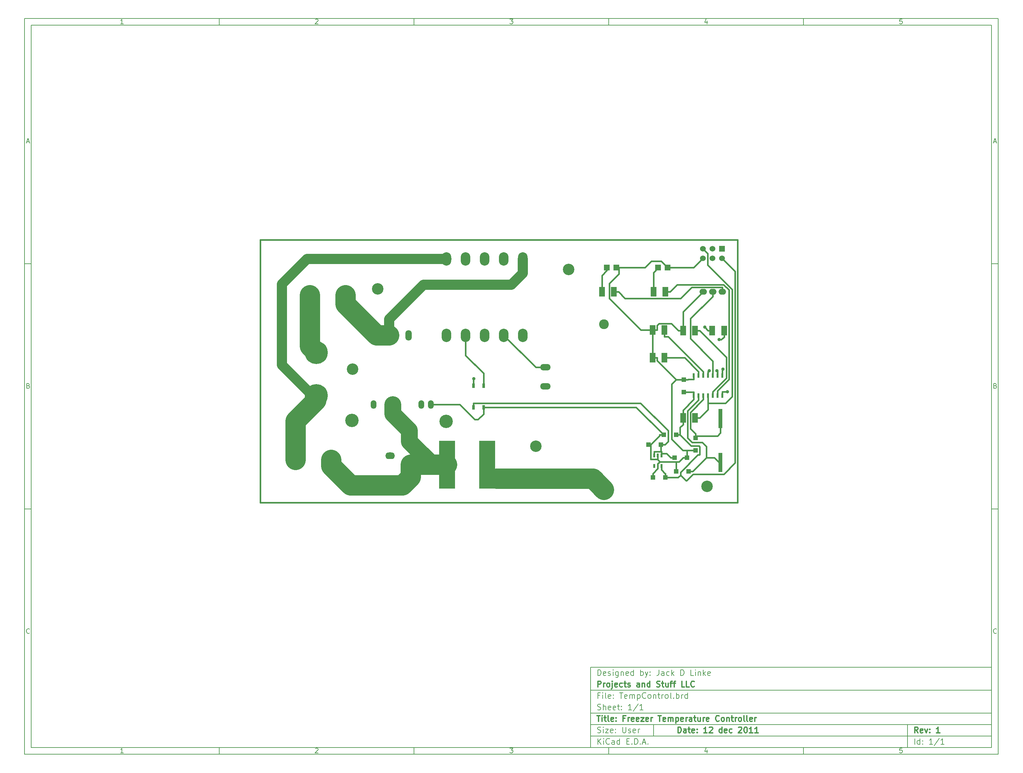
<source format=gtl>
G04 (created by PCBNEW-RS274X (2011-07-08 BZR 3044)-stable) date 12/12/2011 9:59:01 PM*
G01*
G70*
G90*
%MOIN*%
G04 Gerber Fmt 3.4, Leading zero omitted, Abs format*
%FSLAX34Y34*%
G04 APERTURE LIST*
%ADD10C,0.006000*%
%ADD11C,0.012000*%
%ADD12C,0.015000*%
%ADD13R,0.020000X0.045000*%
%ADD14R,0.060000X0.060000*%
%ADD15C,0.060000*%
%ADD16R,0.023600X0.043300*%
%ADD17R,0.167300X0.500000*%
%ADD18C,0.102400*%
%ADD19R,0.049200X0.049200*%
%ADD20R,0.059100X0.098400*%
%ADD21O,0.100000X0.070000*%
%ADD22R,0.026000X0.050000*%
%ADD23O,0.160000X0.200000*%
%ADD24O,0.066900X0.110200*%
%ADD25O,0.110200X0.066900*%
%ADD26R,0.039400X0.200000*%
%ADD27C,0.140000*%
%ADD28O,0.060000X0.090000*%
%ADD29O,0.080000X0.060000*%
%ADD30C,0.120000*%
%ADD31O,0.100000X0.140000*%
%ADD32C,0.240000*%
%ADD33C,0.035000*%
%ADD34C,0.016000*%
%ADD35C,0.108000*%
%ADD36C,0.212600*%
%ADD37C,0.214600*%
%ADD38C,0.177600*%
G04 APERTURE END LIST*
G54D10*
X04000Y-04000D02*
X106000Y-04000D01*
X106000Y-81000D01*
X04000Y-81000D01*
X04000Y-04000D01*
X04700Y-04700D02*
X105300Y-04700D01*
X105300Y-80300D01*
X04700Y-80300D01*
X04700Y-04700D01*
X24400Y-04000D02*
X24400Y-04700D01*
X14343Y-04552D02*
X14057Y-04552D01*
X14200Y-04552D02*
X14200Y-04052D01*
X14152Y-04124D01*
X14105Y-04171D01*
X14057Y-04195D01*
X24400Y-81000D02*
X24400Y-80300D01*
X14343Y-80852D02*
X14057Y-80852D01*
X14200Y-80852D02*
X14200Y-80352D01*
X14152Y-80424D01*
X14105Y-80471D01*
X14057Y-80495D01*
X44800Y-04000D02*
X44800Y-04700D01*
X34457Y-04100D02*
X34481Y-04076D01*
X34529Y-04052D01*
X34648Y-04052D01*
X34695Y-04076D01*
X34719Y-04100D01*
X34743Y-04148D01*
X34743Y-04195D01*
X34719Y-04267D01*
X34433Y-04552D01*
X34743Y-04552D01*
X44800Y-81000D02*
X44800Y-80300D01*
X34457Y-80400D02*
X34481Y-80376D01*
X34529Y-80352D01*
X34648Y-80352D01*
X34695Y-80376D01*
X34719Y-80400D01*
X34743Y-80448D01*
X34743Y-80495D01*
X34719Y-80567D01*
X34433Y-80852D01*
X34743Y-80852D01*
X65200Y-04000D02*
X65200Y-04700D01*
X54833Y-04052D02*
X55143Y-04052D01*
X54976Y-04243D01*
X55048Y-04243D01*
X55095Y-04267D01*
X55119Y-04290D01*
X55143Y-04338D01*
X55143Y-04457D01*
X55119Y-04505D01*
X55095Y-04529D01*
X55048Y-04552D01*
X54905Y-04552D01*
X54857Y-04529D01*
X54833Y-04505D01*
X65200Y-81000D02*
X65200Y-80300D01*
X54833Y-80352D02*
X55143Y-80352D01*
X54976Y-80543D01*
X55048Y-80543D01*
X55095Y-80567D01*
X55119Y-80590D01*
X55143Y-80638D01*
X55143Y-80757D01*
X55119Y-80805D01*
X55095Y-80829D01*
X55048Y-80852D01*
X54905Y-80852D01*
X54857Y-80829D01*
X54833Y-80805D01*
X85600Y-04000D02*
X85600Y-04700D01*
X75495Y-04219D02*
X75495Y-04552D01*
X75376Y-04029D02*
X75257Y-04386D01*
X75567Y-04386D01*
X85600Y-81000D02*
X85600Y-80300D01*
X75495Y-80519D02*
X75495Y-80852D01*
X75376Y-80329D02*
X75257Y-80686D01*
X75567Y-80686D01*
X95919Y-04052D02*
X95681Y-04052D01*
X95657Y-04290D01*
X95681Y-04267D01*
X95729Y-04243D01*
X95848Y-04243D01*
X95895Y-04267D01*
X95919Y-04290D01*
X95943Y-04338D01*
X95943Y-04457D01*
X95919Y-04505D01*
X95895Y-04529D01*
X95848Y-04552D01*
X95729Y-04552D01*
X95681Y-04529D01*
X95657Y-04505D01*
X95919Y-80352D02*
X95681Y-80352D01*
X95657Y-80590D01*
X95681Y-80567D01*
X95729Y-80543D01*
X95848Y-80543D01*
X95895Y-80567D01*
X95919Y-80590D01*
X95943Y-80638D01*
X95943Y-80757D01*
X95919Y-80805D01*
X95895Y-80829D01*
X95848Y-80852D01*
X95729Y-80852D01*
X95681Y-80829D01*
X95657Y-80805D01*
X04000Y-29660D02*
X04700Y-29660D01*
X04231Y-16890D02*
X04469Y-16890D01*
X04184Y-17032D02*
X04350Y-16532D01*
X04517Y-17032D01*
X106000Y-29660D02*
X105300Y-29660D01*
X105531Y-16890D02*
X105769Y-16890D01*
X105484Y-17032D02*
X105650Y-16532D01*
X105817Y-17032D01*
X04000Y-55320D02*
X04700Y-55320D01*
X04386Y-42430D02*
X04457Y-42454D01*
X04481Y-42478D01*
X04505Y-42526D01*
X04505Y-42597D01*
X04481Y-42645D01*
X04457Y-42669D01*
X04410Y-42692D01*
X04219Y-42692D01*
X04219Y-42192D01*
X04386Y-42192D01*
X04433Y-42216D01*
X04457Y-42240D01*
X04481Y-42288D01*
X04481Y-42335D01*
X04457Y-42383D01*
X04433Y-42407D01*
X04386Y-42430D01*
X04219Y-42430D01*
X106000Y-55320D02*
X105300Y-55320D01*
X105686Y-42430D02*
X105757Y-42454D01*
X105781Y-42478D01*
X105805Y-42526D01*
X105805Y-42597D01*
X105781Y-42645D01*
X105757Y-42669D01*
X105710Y-42692D01*
X105519Y-42692D01*
X105519Y-42192D01*
X105686Y-42192D01*
X105733Y-42216D01*
X105757Y-42240D01*
X105781Y-42288D01*
X105781Y-42335D01*
X105757Y-42383D01*
X105733Y-42407D01*
X105686Y-42430D01*
X105519Y-42430D01*
X04505Y-68305D02*
X04481Y-68329D01*
X04410Y-68352D01*
X04362Y-68352D01*
X04290Y-68329D01*
X04243Y-68281D01*
X04219Y-68233D01*
X04195Y-68138D01*
X04195Y-68067D01*
X04219Y-67971D01*
X04243Y-67924D01*
X04290Y-67876D01*
X04362Y-67852D01*
X04410Y-67852D01*
X04481Y-67876D01*
X04505Y-67900D01*
X105805Y-68305D02*
X105781Y-68329D01*
X105710Y-68352D01*
X105662Y-68352D01*
X105590Y-68329D01*
X105543Y-68281D01*
X105519Y-68233D01*
X105495Y-68138D01*
X105495Y-68067D01*
X105519Y-67971D01*
X105543Y-67924D01*
X105590Y-67876D01*
X105662Y-67852D01*
X105710Y-67852D01*
X105781Y-67876D01*
X105805Y-67900D01*
G54D11*
X72443Y-78743D02*
X72443Y-78143D01*
X72586Y-78143D01*
X72671Y-78171D01*
X72729Y-78229D01*
X72757Y-78286D01*
X72786Y-78400D01*
X72786Y-78486D01*
X72757Y-78600D01*
X72729Y-78657D01*
X72671Y-78714D01*
X72586Y-78743D01*
X72443Y-78743D01*
X73300Y-78743D02*
X73300Y-78429D01*
X73271Y-78371D01*
X73214Y-78343D01*
X73100Y-78343D01*
X73043Y-78371D01*
X73300Y-78714D02*
X73243Y-78743D01*
X73100Y-78743D01*
X73043Y-78714D01*
X73014Y-78657D01*
X73014Y-78600D01*
X73043Y-78543D01*
X73100Y-78514D01*
X73243Y-78514D01*
X73300Y-78486D01*
X73500Y-78343D02*
X73729Y-78343D01*
X73586Y-78143D02*
X73586Y-78657D01*
X73614Y-78714D01*
X73672Y-78743D01*
X73729Y-78743D01*
X74157Y-78714D02*
X74100Y-78743D01*
X73986Y-78743D01*
X73929Y-78714D01*
X73900Y-78657D01*
X73900Y-78429D01*
X73929Y-78371D01*
X73986Y-78343D01*
X74100Y-78343D01*
X74157Y-78371D01*
X74186Y-78429D01*
X74186Y-78486D01*
X73900Y-78543D01*
X74443Y-78686D02*
X74471Y-78714D01*
X74443Y-78743D01*
X74414Y-78714D01*
X74443Y-78686D01*
X74443Y-78743D01*
X74443Y-78371D02*
X74471Y-78400D01*
X74443Y-78429D01*
X74414Y-78400D01*
X74443Y-78371D01*
X74443Y-78429D01*
X75500Y-78743D02*
X75157Y-78743D01*
X75329Y-78743D02*
X75329Y-78143D01*
X75272Y-78229D01*
X75214Y-78286D01*
X75157Y-78314D01*
X75728Y-78200D02*
X75757Y-78171D01*
X75814Y-78143D01*
X75957Y-78143D01*
X76014Y-78171D01*
X76043Y-78200D01*
X76071Y-78257D01*
X76071Y-78314D01*
X76043Y-78400D01*
X75700Y-78743D01*
X76071Y-78743D01*
X77042Y-78743D02*
X77042Y-78143D01*
X77042Y-78714D02*
X76985Y-78743D01*
X76871Y-78743D01*
X76813Y-78714D01*
X76785Y-78686D01*
X76756Y-78629D01*
X76756Y-78457D01*
X76785Y-78400D01*
X76813Y-78371D01*
X76871Y-78343D01*
X76985Y-78343D01*
X77042Y-78371D01*
X77556Y-78714D02*
X77499Y-78743D01*
X77385Y-78743D01*
X77328Y-78714D01*
X77299Y-78657D01*
X77299Y-78429D01*
X77328Y-78371D01*
X77385Y-78343D01*
X77499Y-78343D01*
X77556Y-78371D01*
X77585Y-78429D01*
X77585Y-78486D01*
X77299Y-78543D01*
X78099Y-78714D02*
X78042Y-78743D01*
X77928Y-78743D01*
X77870Y-78714D01*
X77842Y-78686D01*
X77813Y-78629D01*
X77813Y-78457D01*
X77842Y-78400D01*
X77870Y-78371D01*
X77928Y-78343D01*
X78042Y-78343D01*
X78099Y-78371D01*
X78784Y-78200D02*
X78813Y-78171D01*
X78870Y-78143D01*
X79013Y-78143D01*
X79070Y-78171D01*
X79099Y-78200D01*
X79127Y-78257D01*
X79127Y-78314D01*
X79099Y-78400D01*
X78756Y-78743D01*
X79127Y-78743D01*
X79498Y-78143D02*
X79555Y-78143D01*
X79612Y-78171D01*
X79641Y-78200D01*
X79670Y-78257D01*
X79698Y-78371D01*
X79698Y-78514D01*
X79670Y-78629D01*
X79641Y-78686D01*
X79612Y-78714D01*
X79555Y-78743D01*
X79498Y-78743D01*
X79441Y-78714D01*
X79412Y-78686D01*
X79384Y-78629D01*
X79355Y-78514D01*
X79355Y-78371D01*
X79384Y-78257D01*
X79412Y-78200D01*
X79441Y-78171D01*
X79498Y-78143D01*
X80269Y-78743D02*
X79926Y-78743D01*
X80098Y-78743D02*
X80098Y-78143D01*
X80041Y-78229D01*
X79983Y-78286D01*
X79926Y-78314D01*
X80840Y-78743D02*
X80497Y-78743D01*
X80669Y-78743D02*
X80669Y-78143D01*
X80612Y-78229D01*
X80554Y-78286D01*
X80497Y-78314D01*
G54D10*
X64043Y-79943D02*
X64043Y-79343D01*
X64386Y-79943D02*
X64129Y-79600D01*
X64386Y-79343D02*
X64043Y-79686D01*
X64643Y-79943D02*
X64643Y-79543D01*
X64643Y-79343D02*
X64614Y-79371D01*
X64643Y-79400D01*
X64671Y-79371D01*
X64643Y-79343D01*
X64643Y-79400D01*
X65272Y-79886D02*
X65243Y-79914D01*
X65157Y-79943D01*
X65100Y-79943D01*
X65015Y-79914D01*
X64957Y-79857D01*
X64929Y-79800D01*
X64900Y-79686D01*
X64900Y-79600D01*
X64929Y-79486D01*
X64957Y-79429D01*
X65015Y-79371D01*
X65100Y-79343D01*
X65157Y-79343D01*
X65243Y-79371D01*
X65272Y-79400D01*
X65786Y-79943D02*
X65786Y-79629D01*
X65757Y-79571D01*
X65700Y-79543D01*
X65586Y-79543D01*
X65529Y-79571D01*
X65786Y-79914D02*
X65729Y-79943D01*
X65586Y-79943D01*
X65529Y-79914D01*
X65500Y-79857D01*
X65500Y-79800D01*
X65529Y-79743D01*
X65586Y-79714D01*
X65729Y-79714D01*
X65786Y-79686D01*
X66329Y-79943D02*
X66329Y-79343D01*
X66329Y-79914D02*
X66272Y-79943D01*
X66158Y-79943D01*
X66100Y-79914D01*
X66072Y-79886D01*
X66043Y-79829D01*
X66043Y-79657D01*
X66072Y-79600D01*
X66100Y-79571D01*
X66158Y-79543D01*
X66272Y-79543D01*
X66329Y-79571D01*
X67072Y-79629D02*
X67272Y-79629D01*
X67358Y-79943D02*
X67072Y-79943D01*
X67072Y-79343D01*
X67358Y-79343D01*
X67615Y-79886D02*
X67643Y-79914D01*
X67615Y-79943D01*
X67586Y-79914D01*
X67615Y-79886D01*
X67615Y-79943D01*
X67901Y-79943D02*
X67901Y-79343D01*
X68044Y-79343D01*
X68129Y-79371D01*
X68187Y-79429D01*
X68215Y-79486D01*
X68244Y-79600D01*
X68244Y-79686D01*
X68215Y-79800D01*
X68187Y-79857D01*
X68129Y-79914D01*
X68044Y-79943D01*
X67901Y-79943D01*
X68501Y-79886D02*
X68529Y-79914D01*
X68501Y-79943D01*
X68472Y-79914D01*
X68501Y-79886D01*
X68501Y-79943D01*
X68758Y-79771D02*
X69044Y-79771D01*
X68701Y-79943D02*
X68901Y-79343D01*
X69101Y-79943D01*
X69301Y-79886D02*
X69329Y-79914D01*
X69301Y-79943D01*
X69272Y-79914D01*
X69301Y-79886D01*
X69301Y-79943D01*
G54D11*
X97586Y-78743D02*
X97386Y-78457D01*
X97243Y-78743D02*
X97243Y-78143D01*
X97471Y-78143D01*
X97529Y-78171D01*
X97557Y-78200D01*
X97586Y-78257D01*
X97586Y-78343D01*
X97557Y-78400D01*
X97529Y-78429D01*
X97471Y-78457D01*
X97243Y-78457D01*
X98071Y-78714D02*
X98014Y-78743D01*
X97900Y-78743D01*
X97843Y-78714D01*
X97814Y-78657D01*
X97814Y-78429D01*
X97843Y-78371D01*
X97900Y-78343D01*
X98014Y-78343D01*
X98071Y-78371D01*
X98100Y-78429D01*
X98100Y-78486D01*
X97814Y-78543D01*
X98300Y-78343D02*
X98443Y-78743D01*
X98585Y-78343D01*
X98814Y-78686D02*
X98842Y-78714D01*
X98814Y-78743D01*
X98785Y-78714D01*
X98814Y-78686D01*
X98814Y-78743D01*
X98814Y-78371D02*
X98842Y-78400D01*
X98814Y-78429D01*
X98785Y-78400D01*
X98814Y-78371D01*
X98814Y-78429D01*
X99871Y-78743D02*
X99528Y-78743D01*
X99700Y-78743D02*
X99700Y-78143D01*
X99643Y-78229D01*
X99585Y-78286D01*
X99528Y-78314D01*
G54D10*
X64014Y-78714D02*
X64100Y-78743D01*
X64243Y-78743D01*
X64300Y-78714D01*
X64329Y-78686D01*
X64357Y-78629D01*
X64357Y-78571D01*
X64329Y-78514D01*
X64300Y-78486D01*
X64243Y-78457D01*
X64129Y-78429D01*
X64071Y-78400D01*
X64043Y-78371D01*
X64014Y-78314D01*
X64014Y-78257D01*
X64043Y-78200D01*
X64071Y-78171D01*
X64129Y-78143D01*
X64271Y-78143D01*
X64357Y-78171D01*
X64614Y-78743D02*
X64614Y-78343D01*
X64614Y-78143D02*
X64585Y-78171D01*
X64614Y-78200D01*
X64642Y-78171D01*
X64614Y-78143D01*
X64614Y-78200D01*
X64843Y-78343D02*
X65157Y-78343D01*
X64843Y-78743D01*
X65157Y-78743D01*
X65614Y-78714D02*
X65557Y-78743D01*
X65443Y-78743D01*
X65386Y-78714D01*
X65357Y-78657D01*
X65357Y-78429D01*
X65386Y-78371D01*
X65443Y-78343D01*
X65557Y-78343D01*
X65614Y-78371D01*
X65643Y-78429D01*
X65643Y-78486D01*
X65357Y-78543D01*
X65900Y-78686D02*
X65928Y-78714D01*
X65900Y-78743D01*
X65871Y-78714D01*
X65900Y-78686D01*
X65900Y-78743D01*
X65900Y-78371D02*
X65928Y-78400D01*
X65900Y-78429D01*
X65871Y-78400D01*
X65900Y-78371D01*
X65900Y-78429D01*
X66643Y-78143D02*
X66643Y-78629D01*
X66671Y-78686D01*
X66700Y-78714D01*
X66757Y-78743D01*
X66871Y-78743D01*
X66929Y-78714D01*
X66957Y-78686D01*
X66986Y-78629D01*
X66986Y-78143D01*
X67243Y-78714D02*
X67300Y-78743D01*
X67415Y-78743D01*
X67472Y-78714D01*
X67500Y-78657D01*
X67500Y-78629D01*
X67472Y-78571D01*
X67415Y-78543D01*
X67329Y-78543D01*
X67272Y-78514D01*
X67243Y-78457D01*
X67243Y-78429D01*
X67272Y-78371D01*
X67329Y-78343D01*
X67415Y-78343D01*
X67472Y-78371D01*
X67986Y-78714D02*
X67929Y-78743D01*
X67815Y-78743D01*
X67758Y-78714D01*
X67729Y-78657D01*
X67729Y-78429D01*
X67758Y-78371D01*
X67815Y-78343D01*
X67929Y-78343D01*
X67986Y-78371D01*
X68015Y-78429D01*
X68015Y-78486D01*
X67729Y-78543D01*
X68272Y-78743D02*
X68272Y-78343D01*
X68272Y-78457D02*
X68300Y-78400D01*
X68329Y-78371D01*
X68386Y-78343D01*
X68443Y-78343D01*
X97243Y-79943D02*
X97243Y-79343D01*
X97786Y-79943D02*
X97786Y-79343D01*
X97786Y-79914D02*
X97729Y-79943D01*
X97615Y-79943D01*
X97557Y-79914D01*
X97529Y-79886D01*
X97500Y-79829D01*
X97500Y-79657D01*
X97529Y-79600D01*
X97557Y-79571D01*
X97615Y-79543D01*
X97729Y-79543D01*
X97786Y-79571D01*
X98072Y-79886D02*
X98100Y-79914D01*
X98072Y-79943D01*
X98043Y-79914D01*
X98072Y-79886D01*
X98072Y-79943D01*
X98072Y-79571D02*
X98100Y-79600D01*
X98072Y-79629D01*
X98043Y-79600D01*
X98072Y-79571D01*
X98072Y-79629D01*
X99129Y-79943D02*
X98786Y-79943D01*
X98958Y-79943D02*
X98958Y-79343D01*
X98901Y-79429D01*
X98843Y-79486D01*
X98786Y-79514D01*
X99814Y-79314D02*
X99300Y-80086D01*
X100329Y-79943D02*
X99986Y-79943D01*
X100158Y-79943D02*
X100158Y-79343D01*
X100101Y-79429D01*
X100043Y-79486D01*
X99986Y-79514D01*
G54D11*
X63957Y-76943D02*
X64300Y-76943D01*
X64129Y-77543D02*
X64129Y-76943D01*
X64500Y-77543D02*
X64500Y-77143D01*
X64500Y-76943D02*
X64471Y-76971D01*
X64500Y-77000D01*
X64528Y-76971D01*
X64500Y-76943D01*
X64500Y-77000D01*
X64700Y-77143D02*
X64929Y-77143D01*
X64786Y-76943D02*
X64786Y-77457D01*
X64814Y-77514D01*
X64872Y-77543D01*
X64929Y-77543D01*
X65215Y-77543D02*
X65157Y-77514D01*
X65129Y-77457D01*
X65129Y-76943D01*
X65671Y-77514D02*
X65614Y-77543D01*
X65500Y-77543D01*
X65443Y-77514D01*
X65414Y-77457D01*
X65414Y-77229D01*
X65443Y-77171D01*
X65500Y-77143D01*
X65614Y-77143D01*
X65671Y-77171D01*
X65700Y-77229D01*
X65700Y-77286D01*
X65414Y-77343D01*
X65957Y-77486D02*
X65985Y-77514D01*
X65957Y-77543D01*
X65928Y-77514D01*
X65957Y-77486D01*
X65957Y-77543D01*
X65957Y-77171D02*
X65985Y-77200D01*
X65957Y-77229D01*
X65928Y-77200D01*
X65957Y-77171D01*
X65957Y-77229D01*
X66900Y-77229D02*
X66700Y-77229D01*
X66700Y-77543D02*
X66700Y-76943D01*
X66986Y-76943D01*
X67214Y-77543D02*
X67214Y-77143D01*
X67214Y-77257D02*
X67242Y-77200D01*
X67271Y-77171D01*
X67328Y-77143D01*
X67385Y-77143D01*
X67813Y-77514D02*
X67756Y-77543D01*
X67642Y-77543D01*
X67585Y-77514D01*
X67556Y-77457D01*
X67556Y-77229D01*
X67585Y-77171D01*
X67642Y-77143D01*
X67756Y-77143D01*
X67813Y-77171D01*
X67842Y-77229D01*
X67842Y-77286D01*
X67556Y-77343D01*
X68327Y-77514D02*
X68270Y-77543D01*
X68156Y-77543D01*
X68099Y-77514D01*
X68070Y-77457D01*
X68070Y-77229D01*
X68099Y-77171D01*
X68156Y-77143D01*
X68270Y-77143D01*
X68327Y-77171D01*
X68356Y-77229D01*
X68356Y-77286D01*
X68070Y-77343D01*
X68556Y-77143D02*
X68870Y-77143D01*
X68556Y-77543D01*
X68870Y-77543D01*
X69327Y-77514D02*
X69270Y-77543D01*
X69156Y-77543D01*
X69099Y-77514D01*
X69070Y-77457D01*
X69070Y-77229D01*
X69099Y-77171D01*
X69156Y-77143D01*
X69270Y-77143D01*
X69327Y-77171D01*
X69356Y-77229D01*
X69356Y-77286D01*
X69070Y-77343D01*
X69613Y-77543D02*
X69613Y-77143D01*
X69613Y-77257D02*
X69641Y-77200D01*
X69670Y-77171D01*
X69727Y-77143D01*
X69784Y-77143D01*
X70355Y-76943D02*
X70698Y-76943D01*
X70527Y-77543D02*
X70527Y-76943D01*
X71126Y-77514D02*
X71069Y-77543D01*
X70955Y-77543D01*
X70898Y-77514D01*
X70869Y-77457D01*
X70869Y-77229D01*
X70898Y-77171D01*
X70955Y-77143D01*
X71069Y-77143D01*
X71126Y-77171D01*
X71155Y-77229D01*
X71155Y-77286D01*
X70869Y-77343D01*
X71412Y-77543D02*
X71412Y-77143D01*
X71412Y-77200D02*
X71440Y-77171D01*
X71498Y-77143D01*
X71583Y-77143D01*
X71640Y-77171D01*
X71669Y-77229D01*
X71669Y-77543D01*
X71669Y-77229D02*
X71698Y-77171D01*
X71755Y-77143D01*
X71840Y-77143D01*
X71898Y-77171D01*
X71926Y-77229D01*
X71926Y-77543D01*
X72212Y-77143D02*
X72212Y-77743D01*
X72212Y-77171D02*
X72269Y-77143D01*
X72383Y-77143D01*
X72440Y-77171D01*
X72469Y-77200D01*
X72498Y-77257D01*
X72498Y-77429D01*
X72469Y-77486D01*
X72440Y-77514D01*
X72383Y-77543D01*
X72269Y-77543D01*
X72212Y-77514D01*
X72983Y-77514D02*
X72926Y-77543D01*
X72812Y-77543D01*
X72755Y-77514D01*
X72726Y-77457D01*
X72726Y-77229D01*
X72755Y-77171D01*
X72812Y-77143D01*
X72926Y-77143D01*
X72983Y-77171D01*
X73012Y-77229D01*
X73012Y-77286D01*
X72726Y-77343D01*
X73269Y-77543D02*
X73269Y-77143D01*
X73269Y-77257D02*
X73297Y-77200D01*
X73326Y-77171D01*
X73383Y-77143D01*
X73440Y-77143D01*
X73897Y-77543D02*
X73897Y-77229D01*
X73868Y-77171D01*
X73811Y-77143D01*
X73697Y-77143D01*
X73640Y-77171D01*
X73897Y-77514D02*
X73840Y-77543D01*
X73697Y-77543D01*
X73640Y-77514D01*
X73611Y-77457D01*
X73611Y-77400D01*
X73640Y-77343D01*
X73697Y-77314D01*
X73840Y-77314D01*
X73897Y-77286D01*
X74097Y-77143D02*
X74326Y-77143D01*
X74183Y-76943D02*
X74183Y-77457D01*
X74211Y-77514D01*
X74269Y-77543D01*
X74326Y-77543D01*
X74783Y-77143D02*
X74783Y-77543D01*
X74526Y-77143D02*
X74526Y-77457D01*
X74554Y-77514D01*
X74612Y-77543D01*
X74697Y-77543D01*
X74754Y-77514D01*
X74783Y-77486D01*
X75069Y-77543D02*
X75069Y-77143D01*
X75069Y-77257D02*
X75097Y-77200D01*
X75126Y-77171D01*
X75183Y-77143D01*
X75240Y-77143D01*
X75668Y-77514D02*
X75611Y-77543D01*
X75497Y-77543D01*
X75440Y-77514D01*
X75411Y-77457D01*
X75411Y-77229D01*
X75440Y-77171D01*
X75497Y-77143D01*
X75611Y-77143D01*
X75668Y-77171D01*
X75697Y-77229D01*
X75697Y-77286D01*
X75411Y-77343D01*
X76754Y-77486D02*
X76725Y-77514D01*
X76639Y-77543D01*
X76582Y-77543D01*
X76497Y-77514D01*
X76439Y-77457D01*
X76411Y-77400D01*
X76382Y-77286D01*
X76382Y-77200D01*
X76411Y-77086D01*
X76439Y-77029D01*
X76497Y-76971D01*
X76582Y-76943D01*
X76639Y-76943D01*
X76725Y-76971D01*
X76754Y-77000D01*
X77097Y-77543D02*
X77039Y-77514D01*
X77011Y-77486D01*
X76982Y-77429D01*
X76982Y-77257D01*
X77011Y-77200D01*
X77039Y-77171D01*
X77097Y-77143D01*
X77182Y-77143D01*
X77239Y-77171D01*
X77268Y-77200D01*
X77297Y-77257D01*
X77297Y-77429D01*
X77268Y-77486D01*
X77239Y-77514D01*
X77182Y-77543D01*
X77097Y-77543D01*
X77554Y-77143D02*
X77554Y-77543D01*
X77554Y-77200D02*
X77582Y-77171D01*
X77640Y-77143D01*
X77725Y-77143D01*
X77782Y-77171D01*
X77811Y-77229D01*
X77811Y-77543D01*
X78011Y-77143D02*
X78240Y-77143D01*
X78097Y-76943D02*
X78097Y-77457D01*
X78125Y-77514D01*
X78183Y-77543D01*
X78240Y-77543D01*
X78440Y-77543D02*
X78440Y-77143D01*
X78440Y-77257D02*
X78468Y-77200D01*
X78497Y-77171D01*
X78554Y-77143D01*
X78611Y-77143D01*
X78897Y-77543D02*
X78839Y-77514D01*
X78811Y-77486D01*
X78782Y-77429D01*
X78782Y-77257D01*
X78811Y-77200D01*
X78839Y-77171D01*
X78897Y-77143D01*
X78982Y-77143D01*
X79039Y-77171D01*
X79068Y-77200D01*
X79097Y-77257D01*
X79097Y-77429D01*
X79068Y-77486D01*
X79039Y-77514D01*
X78982Y-77543D01*
X78897Y-77543D01*
X79440Y-77543D02*
X79382Y-77514D01*
X79354Y-77457D01*
X79354Y-76943D01*
X79754Y-77543D02*
X79696Y-77514D01*
X79668Y-77457D01*
X79668Y-76943D01*
X80210Y-77514D02*
X80153Y-77543D01*
X80039Y-77543D01*
X79982Y-77514D01*
X79953Y-77457D01*
X79953Y-77229D01*
X79982Y-77171D01*
X80039Y-77143D01*
X80153Y-77143D01*
X80210Y-77171D01*
X80239Y-77229D01*
X80239Y-77286D01*
X79953Y-77343D01*
X80496Y-77543D02*
X80496Y-77143D01*
X80496Y-77257D02*
X80524Y-77200D01*
X80553Y-77171D01*
X80610Y-77143D01*
X80667Y-77143D01*
G54D10*
X64243Y-74829D02*
X64043Y-74829D01*
X64043Y-75143D02*
X64043Y-74543D01*
X64329Y-74543D01*
X64557Y-75143D02*
X64557Y-74743D01*
X64557Y-74543D02*
X64528Y-74571D01*
X64557Y-74600D01*
X64585Y-74571D01*
X64557Y-74543D01*
X64557Y-74600D01*
X64929Y-75143D02*
X64871Y-75114D01*
X64843Y-75057D01*
X64843Y-74543D01*
X65385Y-75114D02*
X65328Y-75143D01*
X65214Y-75143D01*
X65157Y-75114D01*
X65128Y-75057D01*
X65128Y-74829D01*
X65157Y-74771D01*
X65214Y-74743D01*
X65328Y-74743D01*
X65385Y-74771D01*
X65414Y-74829D01*
X65414Y-74886D01*
X65128Y-74943D01*
X65671Y-75086D02*
X65699Y-75114D01*
X65671Y-75143D01*
X65642Y-75114D01*
X65671Y-75086D01*
X65671Y-75143D01*
X65671Y-74771D02*
X65699Y-74800D01*
X65671Y-74829D01*
X65642Y-74800D01*
X65671Y-74771D01*
X65671Y-74829D01*
X66328Y-74543D02*
X66671Y-74543D01*
X66500Y-75143D02*
X66500Y-74543D01*
X67099Y-75114D02*
X67042Y-75143D01*
X66928Y-75143D01*
X66871Y-75114D01*
X66842Y-75057D01*
X66842Y-74829D01*
X66871Y-74771D01*
X66928Y-74743D01*
X67042Y-74743D01*
X67099Y-74771D01*
X67128Y-74829D01*
X67128Y-74886D01*
X66842Y-74943D01*
X67385Y-75143D02*
X67385Y-74743D01*
X67385Y-74800D02*
X67413Y-74771D01*
X67471Y-74743D01*
X67556Y-74743D01*
X67613Y-74771D01*
X67642Y-74829D01*
X67642Y-75143D01*
X67642Y-74829D02*
X67671Y-74771D01*
X67728Y-74743D01*
X67813Y-74743D01*
X67871Y-74771D01*
X67899Y-74829D01*
X67899Y-75143D01*
X68185Y-74743D02*
X68185Y-75343D01*
X68185Y-74771D02*
X68242Y-74743D01*
X68356Y-74743D01*
X68413Y-74771D01*
X68442Y-74800D01*
X68471Y-74857D01*
X68471Y-75029D01*
X68442Y-75086D01*
X68413Y-75114D01*
X68356Y-75143D01*
X68242Y-75143D01*
X68185Y-75114D01*
X69071Y-75086D02*
X69042Y-75114D01*
X68956Y-75143D01*
X68899Y-75143D01*
X68814Y-75114D01*
X68756Y-75057D01*
X68728Y-75000D01*
X68699Y-74886D01*
X68699Y-74800D01*
X68728Y-74686D01*
X68756Y-74629D01*
X68814Y-74571D01*
X68899Y-74543D01*
X68956Y-74543D01*
X69042Y-74571D01*
X69071Y-74600D01*
X69414Y-75143D02*
X69356Y-75114D01*
X69328Y-75086D01*
X69299Y-75029D01*
X69299Y-74857D01*
X69328Y-74800D01*
X69356Y-74771D01*
X69414Y-74743D01*
X69499Y-74743D01*
X69556Y-74771D01*
X69585Y-74800D01*
X69614Y-74857D01*
X69614Y-75029D01*
X69585Y-75086D01*
X69556Y-75114D01*
X69499Y-75143D01*
X69414Y-75143D01*
X69871Y-74743D02*
X69871Y-75143D01*
X69871Y-74800D02*
X69899Y-74771D01*
X69957Y-74743D01*
X70042Y-74743D01*
X70099Y-74771D01*
X70128Y-74829D01*
X70128Y-75143D01*
X70328Y-74743D02*
X70557Y-74743D01*
X70414Y-74543D02*
X70414Y-75057D01*
X70442Y-75114D01*
X70500Y-75143D01*
X70557Y-75143D01*
X70757Y-75143D02*
X70757Y-74743D01*
X70757Y-74857D02*
X70785Y-74800D01*
X70814Y-74771D01*
X70871Y-74743D01*
X70928Y-74743D01*
X71214Y-75143D02*
X71156Y-75114D01*
X71128Y-75086D01*
X71099Y-75029D01*
X71099Y-74857D01*
X71128Y-74800D01*
X71156Y-74771D01*
X71214Y-74743D01*
X71299Y-74743D01*
X71356Y-74771D01*
X71385Y-74800D01*
X71414Y-74857D01*
X71414Y-75029D01*
X71385Y-75086D01*
X71356Y-75114D01*
X71299Y-75143D01*
X71214Y-75143D01*
X71757Y-75143D02*
X71699Y-75114D01*
X71671Y-75057D01*
X71671Y-74543D01*
X71985Y-75086D02*
X72013Y-75114D01*
X71985Y-75143D01*
X71956Y-75114D01*
X71985Y-75086D01*
X71985Y-75143D01*
X72271Y-75143D02*
X72271Y-74543D01*
X72271Y-74771D02*
X72328Y-74743D01*
X72442Y-74743D01*
X72499Y-74771D01*
X72528Y-74800D01*
X72557Y-74857D01*
X72557Y-75029D01*
X72528Y-75086D01*
X72499Y-75114D01*
X72442Y-75143D01*
X72328Y-75143D01*
X72271Y-75114D01*
X72814Y-75143D02*
X72814Y-74743D01*
X72814Y-74857D02*
X72842Y-74800D01*
X72871Y-74771D01*
X72928Y-74743D01*
X72985Y-74743D01*
X73442Y-75143D02*
X73442Y-74543D01*
X73442Y-75114D02*
X73385Y-75143D01*
X73271Y-75143D01*
X73213Y-75114D01*
X73185Y-75086D01*
X73156Y-75029D01*
X73156Y-74857D01*
X73185Y-74800D01*
X73213Y-74771D01*
X73271Y-74743D01*
X73385Y-74743D01*
X73442Y-74771D01*
X64014Y-76314D02*
X64100Y-76343D01*
X64243Y-76343D01*
X64300Y-76314D01*
X64329Y-76286D01*
X64357Y-76229D01*
X64357Y-76171D01*
X64329Y-76114D01*
X64300Y-76086D01*
X64243Y-76057D01*
X64129Y-76029D01*
X64071Y-76000D01*
X64043Y-75971D01*
X64014Y-75914D01*
X64014Y-75857D01*
X64043Y-75800D01*
X64071Y-75771D01*
X64129Y-75743D01*
X64271Y-75743D01*
X64357Y-75771D01*
X64614Y-76343D02*
X64614Y-75743D01*
X64871Y-76343D02*
X64871Y-76029D01*
X64842Y-75971D01*
X64785Y-75943D01*
X64700Y-75943D01*
X64642Y-75971D01*
X64614Y-76000D01*
X65385Y-76314D02*
X65328Y-76343D01*
X65214Y-76343D01*
X65157Y-76314D01*
X65128Y-76257D01*
X65128Y-76029D01*
X65157Y-75971D01*
X65214Y-75943D01*
X65328Y-75943D01*
X65385Y-75971D01*
X65414Y-76029D01*
X65414Y-76086D01*
X65128Y-76143D01*
X65899Y-76314D02*
X65842Y-76343D01*
X65728Y-76343D01*
X65671Y-76314D01*
X65642Y-76257D01*
X65642Y-76029D01*
X65671Y-75971D01*
X65728Y-75943D01*
X65842Y-75943D01*
X65899Y-75971D01*
X65928Y-76029D01*
X65928Y-76086D01*
X65642Y-76143D01*
X66099Y-75943D02*
X66328Y-75943D01*
X66185Y-75743D02*
X66185Y-76257D01*
X66213Y-76314D01*
X66271Y-76343D01*
X66328Y-76343D01*
X66528Y-76286D02*
X66556Y-76314D01*
X66528Y-76343D01*
X66499Y-76314D01*
X66528Y-76286D01*
X66528Y-76343D01*
X66528Y-75971D02*
X66556Y-76000D01*
X66528Y-76029D01*
X66499Y-76000D01*
X66528Y-75971D01*
X66528Y-76029D01*
X67585Y-76343D02*
X67242Y-76343D01*
X67414Y-76343D02*
X67414Y-75743D01*
X67357Y-75829D01*
X67299Y-75886D01*
X67242Y-75914D01*
X68270Y-75714D02*
X67756Y-76486D01*
X68785Y-76343D02*
X68442Y-76343D01*
X68614Y-76343D02*
X68614Y-75743D01*
X68557Y-75829D01*
X68499Y-75886D01*
X68442Y-75914D01*
G54D11*
X64043Y-73943D02*
X64043Y-73343D01*
X64271Y-73343D01*
X64329Y-73371D01*
X64357Y-73400D01*
X64386Y-73457D01*
X64386Y-73543D01*
X64357Y-73600D01*
X64329Y-73629D01*
X64271Y-73657D01*
X64043Y-73657D01*
X64643Y-73943D02*
X64643Y-73543D01*
X64643Y-73657D02*
X64671Y-73600D01*
X64700Y-73571D01*
X64757Y-73543D01*
X64814Y-73543D01*
X65100Y-73943D02*
X65042Y-73914D01*
X65014Y-73886D01*
X64985Y-73829D01*
X64985Y-73657D01*
X65014Y-73600D01*
X65042Y-73571D01*
X65100Y-73543D01*
X65185Y-73543D01*
X65242Y-73571D01*
X65271Y-73600D01*
X65300Y-73657D01*
X65300Y-73829D01*
X65271Y-73886D01*
X65242Y-73914D01*
X65185Y-73943D01*
X65100Y-73943D01*
X65557Y-73543D02*
X65557Y-74057D01*
X65528Y-74114D01*
X65471Y-74143D01*
X65443Y-74143D01*
X65557Y-73343D02*
X65528Y-73371D01*
X65557Y-73400D01*
X65585Y-73371D01*
X65557Y-73343D01*
X65557Y-73400D01*
X66071Y-73914D02*
X66014Y-73943D01*
X65900Y-73943D01*
X65843Y-73914D01*
X65814Y-73857D01*
X65814Y-73629D01*
X65843Y-73571D01*
X65900Y-73543D01*
X66014Y-73543D01*
X66071Y-73571D01*
X66100Y-73629D01*
X66100Y-73686D01*
X65814Y-73743D01*
X66614Y-73914D02*
X66557Y-73943D01*
X66443Y-73943D01*
X66385Y-73914D01*
X66357Y-73886D01*
X66328Y-73829D01*
X66328Y-73657D01*
X66357Y-73600D01*
X66385Y-73571D01*
X66443Y-73543D01*
X66557Y-73543D01*
X66614Y-73571D01*
X66785Y-73543D02*
X67014Y-73543D01*
X66871Y-73343D02*
X66871Y-73857D01*
X66899Y-73914D01*
X66957Y-73943D01*
X67014Y-73943D01*
X67185Y-73914D02*
X67242Y-73943D01*
X67357Y-73943D01*
X67414Y-73914D01*
X67442Y-73857D01*
X67442Y-73829D01*
X67414Y-73771D01*
X67357Y-73743D01*
X67271Y-73743D01*
X67214Y-73714D01*
X67185Y-73657D01*
X67185Y-73629D01*
X67214Y-73571D01*
X67271Y-73543D01*
X67357Y-73543D01*
X67414Y-73571D01*
X68414Y-73943D02*
X68414Y-73629D01*
X68385Y-73571D01*
X68328Y-73543D01*
X68214Y-73543D01*
X68157Y-73571D01*
X68414Y-73914D02*
X68357Y-73943D01*
X68214Y-73943D01*
X68157Y-73914D01*
X68128Y-73857D01*
X68128Y-73800D01*
X68157Y-73743D01*
X68214Y-73714D01*
X68357Y-73714D01*
X68414Y-73686D01*
X68700Y-73543D02*
X68700Y-73943D01*
X68700Y-73600D02*
X68728Y-73571D01*
X68786Y-73543D01*
X68871Y-73543D01*
X68928Y-73571D01*
X68957Y-73629D01*
X68957Y-73943D01*
X69500Y-73943D02*
X69500Y-73343D01*
X69500Y-73914D02*
X69443Y-73943D01*
X69329Y-73943D01*
X69271Y-73914D01*
X69243Y-73886D01*
X69214Y-73829D01*
X69214Y-73657D01*
X69243Y-73600D01*
X69271Y-73571D01*
X69329Y-73543D01*
X69443Y-73543D01*
X69500Y-73571D01*
X70214Y-73914D02*
X70300Y-73943D01*
X70443Y-73943D01*
X70500Y-73914D01*
X70529Y-73886D01*
X70557Y-73829D01*
X70557Y-73771D01*
X70529Y-73714D01*
X70500Y-73686D01*
X70443Y-73657D01*
X70329Y-73629D01*
X70271Y-73600D01*
X70243Y-73571D01*
X70214Y-73514D01*
X70214Y-73457D01*
X70243Y-73400D01*
X70271Y-73371D01*
X70329Y-73343D01*
X70471Y-73343D01*
X70557Y-73371D01*
X70728Y-73543D02*
X70957Y-73543D01*
X70814Y-73343D02*
X70814Y-73857D01*
X70842Y-73914D01*
X70900Y-73943D01*
X70957Y-73943D01*
X71414Y-73543D02*
X71414Y-73943D01*
X71157Y-73543D02*
X71157Y-73857D01*
X71185Y-73914D01*
X71243Y-73943D01*
X71328Y-73943D01*
X71385Y-73914D01*
X71414Y-73886D01*
X71614Y-73543D02*
X71843Y-73543D01*
X71700Y-73943D02*
X71700Y-73429D01*
X71728Y-73371D01*
X71786Y-73343D01*
X71843Y-73343D01*
X71957Y-73543D02*
X72186Y-73543D01*
X72043Y-73943D02*
X72043Y-73429D01*
X72071Y-73371D01*
X72129Y-73343D01*
X72186Y-73343D01*
X73129Y-73943D02*
X72843Y-73943D01*
X72843Y-73343D01*
X73615Y-73943D02*
X73329Y-73943D01*
X73329Y-73343D01*
X74158Y-73886D02*
X74129Y-73914D01*
X74043Y-73943D01*
X73986Y-73943D01*
X73901Y-73914D01*
X73843Y-73857D01*
X73815Y-73800D01*
X73786Y-73686D01*
X73786Y-73600D01*
X73815Y-73486D01*
X73843Y-73429D01*
X73901Y-73371D01*
X73986Y-73343D01*
X74043Y-73343D01*
X74129Y-73371D01*
X74158Y-73400D01*
G54D10*
X64043Y-72743D02*
X64043Y-72143D01*
X64186Y-72143D01*
X64271Y-72171D01*
X64329Y-72229D01*
X64357Y-72286D01*
X64386Y-72400D01*
X64386Y-72486D01*
X64357Y-72600D01*
X64329Y-72657D01*
X64271Y-72714D01*
X64186Y-72743D01*
X64043Y-72743D01*
X64871Y-72714D02*
X64814Y-72743D01*
X64700Y-72743D01*
X64643Y-72714D01*
X64614Y-72657D01*
X64614Y-72429D01*
X64643Y-72371D01*
X64700Y-72343D01*
X64814Y-72343D01*
X64871Y-72371D01*
X64900Y-72429D01*
X64900Y-72486D01*
X64614Y-72543D01*
X65128Y-72714D02*
X65185Y-72743D01*
X65300Y-72743D01*
X65357Y-72714D01*
X65385Y-72657D01*
X65385Y-72629D01*
X65357Y-72571D01*
X65300Y-72543D01*
X65214Y-72543D01*
X65157Y-72514D01*
X65128Y-72457D01*
X65128Y-72429D01*
X65157Y-72371D01*
X65214Y-72343D01*
X65300Y-72343D01*
X65357Y-72371D01*
X65643Y-72743D02*
X65643Y-72343D01*
X65643Y-72143D02*
X65614Y-72171D01*
X65643Y-72200D01*
X65671Y-72171D01*
X65643Y-72143D01*
X65643Y-72200D01*
X66186Y-72343D02*
X66186Y-72829D01*
X66157Y-72886D01*
X66129Y-72914D01*
X66072Y-72943D01*
X65986Y-72943D01*
X65929Y-72914D01*
X66186Y-72714D02*
X66129Y-72743D01*
X66015Y-72743D01*
X65957Y-72714D01*
X65929Y-72686D01*
X65900Y-72629D01*
X65900Y-72457D01*
X65929Y-72400D01*
X65957Y-72371D01*
X66015Y-72343D01*
X66129Y-72343D01*
X66186Y-72371D01*
X66472Y-72343D02*
X66472Y-72743D01*
X66472Y-72400D02*
X66500Y-72371D01*
X66558Y-72343D01*
X66643Y-72343D01*
X66700Y-72371D01*
X66729Y-72429D01*
X66729Y-72743D01*
X67243Y-72714D02*
X67186Y-72743D01*
X67072Y-72743D01*
X67015Y-72714D01*
X66986Y-72657D01*
X66986Y-72429D01*
X67015Y-72371D01*
X67072Y-72343D01*
X67186Y-72343D01*
X67243Y-72371D01*
X67272Y-72429D01*
X67272Y-72486D01*
X66986Y-72543D01*
X67786Y-72743D02*
X67786Y-72143D01*
X67786Y-72714D02*
X67729Y-72743D01*
X67615Y-72743D01*
X67557Y-72714D01*
X67529Y-72686D01*
X67500Y-72629D01*
X67500Y-72457D01*
X67529Y-72400D01*
X67557Y-72371D01*
X67615Y-72343D01*
X67729Y-72343D01*
X67786Y-72371D01*
X68529Y-72743D02*
X68529Y-72143D01*
X68529Y-72371D02*
X68586Y-72343D01*
X68700Y-72343D01*
X68757Y-72371D01*
X68786Y-72400D01*
X68815Y-72457D01*
X68815Y-72629D01*
X68786Y-72686D01*
X68757Y-72714D01*
X68700Y-72743D01*
X68586Y-72743D01*
X68529Y-72714D01*
X69015Y-72343D02*
X69158Y-72743D01*
X69300Y-72343D02*
X69158Y-72743D01*
X69100Y-72886D01*
X69072Y-72914D01*
X69015Y-72943D01*
X69529Y-72686D02*
X69557Y-72714D01*
X69529Y-72743D01*
X69500Y-72714D01*
X69529Y-72686D01*
X69529Y-72743D01*
X69529Y-72371D02*
X69557Y-72400D01*
X69529Y-72429D01*
X69500Y-72400D01*
X69529Y-72371D01*
X69529Y-72429D01*
X70443Y-72143D02*
X70443Y-72571D01*
X70415Y-72657D01*
X70358Y-72714D01*
X70272Y-72743D01*
X70215Y-72743D01*
X70986Y-72743D02*
X70986Y-72429D01*
X70957Y-72371D01*
X70900Y-72343D01*
X70786Y-72343D01*
X70729Y-72371D01*
X70986Y-72714D02*
X70929Y-72743D01*
X70786Y-72743D01*
X70729Y-72714D01*
X70700Y-72657D01*
X70700Y-72600D01*
X70729Y-72543D01*
X70786Y-72514D01*
X70929Y-72514D01*
X70986Y-72486D01*
X71529Y-72714D02*
X71472Y-72743D01*
X71358Y-72743D01*
X71300Y-72714D01*
X71272Y-72686D01*
X71243Y-72629D01*
X71243Y-72457D01*
X71272Y-72400D01*
X71300Y-72371D01*
X71358Y-72343D01*
X71472Y-72343D01*
X71529Y-72371D01*
X71786Y-72743D02*
X71786Y-72143D01*
X71843Y-72514D02*
X72014Y-72743D01*
X72014Y-72343D02*
X71786Y-72571D01*
X72729Y-72743D02*
X72729Y-72143D01*
X72872Y-72143D01*
X72957Y-72171D01*
X73015Y-72229D01*
X73043Y-72286D01*
X73072Y-72400D01*
X73072Y-72486D01*
X73043Y-72600D01*
X73015Y-72657D01*
X72957Y-72714D01*
X72872Y-72743D01*
X72729Y-72743D01*
X74072Y-72743D02*
X73786Y-72743D01*
X73786Y-72143D01*
X74272Y-72743D02*
X74272Y-72343D01*
X74272Y-72143D02*
X74243Y-72171D01*
X74272Y-72200D01*
X74300Y-72171D01*
X74272Y-72143D01*
X74272Y-72200D01*
X74558Y-72343D02*
X74558Y-72743D01*
X74558Y-72400D02*
X74586Y-72371D01*
X74644Y-72343D01*
X74729Y-72343D01*
X74786Y-72371D01*
X74815Y-72429D01*
X74815Y-72743D01*
X75101Y-72743D02*
X75101Y-72143D01*
X75158Y-72514D02*
X75329Y-72743D01*
X75329Y-72343D02*
X75101Y-72571D01*
X75815Y-72714D02*
X75758Y-72743D01*
X75644Y-72743D01*
X75587Y-72714D01*
X75558Y-72657D01*
X75558Y-72429D01*
X75587Y-72371D01*
X75644Y-72343D01*
X75758Y-72343D01*
X75815Y-72371D01*
X75844Y-72429D01*
X75844Y-72486D01*
X75558Y-72543D01*
X63300Y-71900D02*
X63300Y-80300D01*
X63300Y-74300D02*
X105300Y-74300D01*
X63300Y-71900D02*
X105300Y-71900D01*
X63300Y-76700D02*
X105300Y-76700D01*
X96500Y-77900D02*
X96500Y-80300D01*
X63300Y-79100D02*
X105300Y-79100D01*
X63300Y-77900D02*
X105300Y-77900D01*
X69900Y-77900D02*
X69900Y-79100D01*
G54D12*
X28700Y-54650D02*
X28700Y-27150D01*
X78700Y-54650D02*
X28700Y-54650D01*
X78700Y-27150D02*
X78700Y-54650D01*
X28700Y-27150D02*
X78700Y-27150D01*
G54D13*
X74100Y-43450D03*
X74600Y-43450D03*
X75100Y-43450D03*
X75600Y-43450D03*
X76100Y-43450D03*
X76600Y-43450D03*
X77100Y-43450D03*
X77100Y-41350D03*
X76600Y-41350D03*
X76100Y-41350D03*
X75600Y-41350D03*
X75100Y-41350D03*
X74600Y-41350D03*
X74100Y-41350D03*
G54D14*
X77052Y-28091D03*
G54D15*
X77052Y-29091D03*
X76052Y-28091D03*
X76052Y-29091D03*
X75052Y-28091D03*
X75052Y-29091D03*
G54D16*
X70330Y-49719D03*
X69956Y-49719D03*
X70704Y-49719D03*
X70704Y-50821D03*
X69956Y-50821D03*
G54D17*
X48250Y-50700D03*
X52450Y-50700D03*
G54D18*
X64700Y-35989D03*
X64700Y-53311D03*
G54D19*
X73050Y-43100D03*
X73050Y-41800D03*
X72099Y-49945D03*
X73399Y-49945D03*
X70654Y-48596D03*
X69354Y-48596D03*
X71119Y-52038D03*
X69819Y-52038D03*
X72236Y-47572D03*
X70936Y-47572D03*
X73550Y-51400D03*
X72250Y-51400D03*
X74300Y-47900D03*
X74300Y-49200D03*
G54D20*
X77280Y-36650D03*
X76020Y-36650D03*
X71130Y-32600D03*
X69870Y-32600D03*
X65730Y-32600D03*
X64470Y-32600D03*
X71030Y-36600D03*
X69770Y-36600D03*
X71030Y-39500D03*
X69770Y-39500D03*
X74230Y-36650D03*
X72970Y-36650D03*
X74230Y-45800D03*
X72970Y-45800D03*
G54D21*
X42294Y-49752D03*
X44662Y-50696D03*
G54D22*
X52070Y-44690D03*
X51030Y-44690D03*
X51030Y-42410D03*
X52070Y-42410D03*
G54D23*
X33875Y-32950D03*
X37625Y-32950D03*
G54D24*
X42196Y-37150D03*
X44204Y-37150D03*
G54D25*
X58550Y-40496D03*
X58550Y-42504D03*
G54D26*
X76900Y-50450D03*
X76900Y-45850D03*
G54D27*
X48150Y-46150D03*
X38300Y-46050D03*
G54D28*
X45550Y-44400D03*
X42550Y-44400D03*
X40550Y-44400D03*
X46550Y-44400D03*
G54D23*
X32375Y-50200D03*
X36125Y-50200D03*
G54D29*
X76070Y-32600D03*
X75070Y-32600D03*
X77070Y-32600D03*
G54D14*
X70350Y-30050D03*
X71350Y-30050D03*
X65000Y-30050D03*
X66000Y-30050D03*
G54D30*
X41000Y-32300D03*
X38350Y-40700D03*
X57550Y-48750D03*
X75500Y-52950D03*
X61000Y-30250D03*
G54D31*
X48200Y-29150D03*
X50200Y-29150D03*
X52200Y-29150D03*
X54200Y-29150D03*
X56200Y-29150D03*
X56200Y-37150D03*
X54200Y-37150D03*
X52200Y-37150D03*
X50200Y-37150D03*
X48200Y-37150D03*
G54D32*
X34550Y-38950D03*
X34550Y-43450D03*
G54D33*
X77630Y-43042D03*
X76502Y-40844D03*
X75712Y-40847D03*
X76738Y-37604D03*
X77152Y-40682D03*
X75250Y-36300D03*
X51050Y-41700D03*
G54D34*
X71874Y-30050D02*
X72200Y-30050D01*
X71590Y-30050D02*
X71874Y-30050D01*
X71874Y-30050D02*
X71590Y-30050D01*
X71874Y-30050D02*
X72200Y-30050D01*
G54D35*
X32375Y-46125D02*
X34550Y-43950D01*
G54D36*
X32375Y-46125D02*
X34550Y-43950D01*
G54D34*
X72970Y-46475D02*
X72665Y-46780D01*
X72970Y-45800D02*
X72970Y-46475D01*
X72970Y-44988D02*
X72970Y-45800D01*
X74100Y-43858D02*
X72970Y-44988D01*
X74100Y-43450D02*
X74100Y-43858D01*
X74100Y-43100D02*
X73050Y-43100D01*
X74100Y-43450D02*
X74100Y-43100D01*
X72462Y-52038D02*
X71119Y-52038D01*
X72715Y-51785D02*
X72462Y-52038D01*
X72715Y-51484D02*
X72715Y-51785D01*
X74534Y-49665D02*
X72715Y-51484D01*
X74685Y-49665D02*
X74534Y-49665D01*
X70704Y-51221D02*
X71092Y-51609D01*
X74730Y-48807D02*
X74730Y-49620D01*
X74644Y-48721D02*
X74730Y-48807D01*
X73814Y-48721D02*
X74644Y-48721D01*
X72665Y-47572D02*
X73814Y-48721D01*
X78416Y-30455D02*
X77052Y-29091D01*
X78416Y-50499D02*
X78416Y-30455D01*
X77236Y-51679D02*
X78416Y-50499D01*
X74033Y-51679D02*
X77236Y-51679D01*
X73353Y-52359D02*
X74033Y-51679D01*
X73289Y-52359D02*
X73353Y-52359D01*
X72715Y-51785D02*
X73289Y-52359D01*
X66884Y-33276D02*
X66208Y-32600D01*
X72721Y-33276D02*
X66884Y-33276D01*
X73880Y-32117D02*
X72721Y-33276D01*
X77070Y-32117D02*
X73880Y-32117D01*
X77070Y-32600D02*
X77070Y-32117D01*
X65730Y-32600D02*
X66208Y-32600D01*
X71092Y-51609D02*
X71119Y-51609D01*
X71119Y-51609D02*
X71119Y-52038D01*
X74730Y-49620D02*
X74685Y-49665D01*
X72236Y-47572D02*
X72665Y-47572D01*
X72665Y-46780D02*
X72665Y-47572D01*
X70704Y-50821D02*
X70704Y-51221D01*
X70700Y-29400D02*
X71350Y-30050D01*
X69650Y-29400D02*
X70700Y-29400D01*
X69000Y-30050D02*
X69650Y-29400D01*
X66000Y-30050D02*
X69000Y-30050D01*
X71350Y-30050D02*
X74093Y-30050D01*
X74093Y-30050D02*
X75052Y-29091D01*
X46550Y-44400D02*
X49600Y-44400D01*
X52070Y-45380D02*
X52070Y-44690D01*
X51500Y-45950D02*
X52070Y-45380D01*
X51150Y-45950D02*
X51500Y-45950D01*
X49600Y-44400D02*
X51150Y-45950D01*
X72970Y-49945D02*
X73399Y-49945D01*
X72970Y-34700D02*
X75070Y-32600D01*
X72250Y-50380D02*
X72535Y-50380D01*
X72250Y-50380D02*
X70552Y-50380D01*
X69819Y-51609D02*
X69819Y-52038D01*
X70332Y-51096D02*
X69819Y-51609D01*
X70332Y-50600D02*
X70332Y-51096D01*
X70552Y-50380D02*
X70332Y-50600D01*
X69354Y-48596D02*
X69569Y-48596D01*
X70330Y-50158D02*
X70330Y-50120D01*
X70552Y-50380D02*
X70330Y-50158D01*
X70330Y-50120D02*
X70330Y-49719D01*
X69569Y-50097D02*
X69569Y-48596D01*
X69592Y-50120D02*
X69569Y-50097D01*
X70330Y-50120D02*
X69592Y-50120D01*
X70507Y-47658D02*
X69569Y-48596D01*
X70507Y-47572D02*
X70507Y-47658D01*
X70936Y-47572D02*
X70507Y-47572D01*
X68054Y-44690D02*
X70936Y-47572D01*
X52070Y-44690D02*
X68054Y-44690D01*
X66524Y-30050D02*
X67050Y-30050D01*
X67050Y-30050D02*
X66524Y-30050D01*
X66240Y-30050D02*
X66524Y-30050D01*
X73479Y-41800D02*
X73050Y-41800D01*
X72970Y-36650D02*
X72970Y-34700D01*
X74100Y-41758D02*
X73521Y-41758D01*
X74100Y-41350D02*
X74100Y-41758D01*
X71795Y-42260D02*
X72255Y-41800D01*
X71795Y-48027D02*
X71795Y-42260D01*
X72968Y-49200D02*
X71795Y-48027D01*
X73399Y-49200D02*
X72968Y-49200D01*
X73050Y-41800D02*
X72255Y-41800D01*
X70248Y-39793D02*
X72255Y-41800D01*
X70248Y-39500D02*
X70248Y-39793D01*
X69770Y-39500D02*
X70248Y-39500D01*
X69770Y-39500D02*
X69770Y-36600D01*
X68565Y-36600D02*
X69770Y-36600D01*
X65250Y-33285D02*
X68565Y-36600D01*
X65250Y-31723D02*
X65250Y-33285D01*
X66240Y-30733D02*
X65250Y-31723D01*
X66240Y-30050D02*
X66240Y-30733D01*
X72491Y-36650D02*
X72970Y-36650D01*
X71765Y-35924D02*
X72491Y-36650D01*
X70446Y-35924D02*
X71765Y-35924D01*
X70248Y-36122D02*
X70446Y-35924D01*
X70248Y-36600D02*
X70248Y-36122D01*
X69770Y-36600D02*
X70248Y-36600D01*
X72250Y-51400D02*
X72250Y-50380D01*
X74300Y-49200D02*
X73399Y-49200D01*
X73399Y-49200D02*
X73399Y-49945D01*
X72535Y-50380D02*
X72970Y-49945D01*
X73521Y-41758D02*
X73479Y-41800D01*
X77510Y-41632D02*
X76100Y-43042D01*
X77510Y-39452D02*
X77510Y-41632D01*
X74708Y-36650D02*
X77510Y-39452D01*
X74230Y-36650D02*
X74708Y-36650D01*
X76100Y-43042D02*
X76100Y-43450D01*
X74230Y-45800D02*
X74708Y-45800D01*
X75600Y-44262D02*
X75600Y-43450D01*
X75552Y-28591D02*
X75052Y-28091D01*
X75552Y-29791D02*
X75552Y-28591D01*
X78112Y-32351D02*
X75552Y-29791D01*
X78112Y-43562D02*
X78112Y-32351D01*
X77412Y-44262D02*
X78112Y-43562D01*
X75600Y-44262D02*
X77412Y-44262D01*
X74708Y-45800D02*
X75600Y-44908D01*
X75600Y-44908D02*
X75600Y-44262D01*
X77100Y-43450D02*
X77100Y-43042D01*
X77630Y-43042D02*
X77100Y-43042D01*
X76600Y-41350D02*
X76600Y-40942D01*
X76502Y-40844D02*
X76600Y-40942D01*
X73750Y-37492D02*
X76100Y-39842D01*
X73750Y-35403D02*
X73750Y-37492D01*
X76070Y-33083D02*
X73750Y-35403D01*
X76070Y-32600D02*
X76070Y-33083D01*
X76100Y-39842D02*
X76100Y-41350D01*
X75600Y-41350D02*
X75600Y-40942D01*
X77280Y-36650D02*
X77280Y-37325D01*
X75600Y-40942D02*
X75617Y-40942D01*
X77001Y-37604D02*
X76738Y-37604D01*
X77280Y-37325D02*
X77001Y-37604D01*
X75617Y-40942D02*
X75712Y-40847D01*
X74600Y-40942D02*
X74600Y-41350D01*
X73158Y-39500D02*
X74600Y-40942D01*
X71030Y-39500D02*
X73158Y-39500D01*
X77793Y-32405D02*
X77793Y-41761D01*
X77232Y-31844D02*
X77793Y-32405D01*
X72364Y-31844D02*
X77232Y-31844D01*
X71608Y-32600D02*
X72364Y-31844D01*
X71130Y-32600D02*
X71608Y-32600D01*
X77793Y-41761D02*
X76600Y-42954D01*
X76600Y-42954D02*
X76600Y-43450D01*
X70350Y-30050D02*
X70350Y-30100D01*
X70350Y-30100D02*
X69870Y-30580D01*
X69870Y-30580D02*
X69870Y-32600D01*
X64470Y-30880D02*
X64470Y-32600D01*
X65000Y-30350D02*
X64470Y-30880D01*
X65000Y-30050D02*
X65000Y-30350D01*
X77100Y-40734D02*
X77100Y-41350D01*
X77152Y-40682D02*
X77100Y-40734D01*
G54D37*
X33875Y-32950D02*
X33875Y-38275D01*
X33875Y-38275D02*
X34550Y-38950D01*
G54D34*
X58550Y-40496D02*
X57546Y-40496D01*
X57546Y-40496D02*
X54200Y-37150D01*
X75600Y-36650D02*
X76020Y-36650D01*
X75250Y-36300D02*
X75600Y-36650D01*
X71030Y-36600D02*
X71030Y-37275D01*
X75100Y-40942D02*
X75100Y-41350D01*
X71433Y-37275D02*
X75100Y-40942D01*
X71030Y-37275D02*
X71433Y-37275D01*
G54D37*
X53500Y-52150D02*
X63539Y-52150D01*
G54D35*
X52450Y-51100D02*
X53500Y-52150D01*
X52950Y-52150D02*
X53500Y-52150D01*
X52400Y-52150D02*
X52950Y-52150D01*
X52950Y-52150D02*
X52450Y-50700D01*
X52450Y-50700D02*
X52450Y-51100D01*
X52450Y-51650D02*
X52950Y-52150D01*
X52450Y-51100D02*
X52450Y-51650D01*
X52450Y-50700D02*
X52450Y-51100D01*
G54D37*
X63539Y-52150D02*
X64700Y-53311D01*
G54D38*
X46546Y-50696D02*
X46500Y-50650D01*
X46746Y-50696D02*
X46546Y-50696D01*
X46500Y-50650D02*
X46500Y-50696D01*
X44300Y-47100D02*
X44300Y-48250D01*
X42550Y-44400D02*
X42550Y-45350D01*
G54D37*
X36125Y-50825D02*
X38150Y-52850D01*
X36125Y-50200D02*
X36125Y-50825D01*
G54D35*
X44462Y-50696D02*
X44554Y-50696D01*
X44462Y-50696D02*
X44554Y-50696D01*
G54D36*
X48246Y-50696D02*
X48250Y-50700D01*
X44554Y-50696D02*
X46500Y-50696D01*
X46500Y-50696D02*
X48246Y-50696D01*
G54D37*
X44462Y-51988D02*
X44462Y-50696D01*
X43600Y-52850D02*
X44462Y-51988D01*
X38150Y-52850D02*
X43600Y-52850D01*
G54D35*
X36075Y-50775D02*
X38150Y-52850D01*
X36075Y-50150D02*
X36075Y-50775D01*
G54D38*
X42550Y-45350D02*
X44300Y-47100D01*
X44300Y-48250D02*
X46746Y-50696D01*
G54D37*
X32375Y-46125D02*
X32375Y-50200D01*
G54D35*
X34600Y-43900D02*
X34550Y-43950D01*
X48200Y-29150D02*
X33600Y-29150D01*
X33600Y-29150D02*
X30950Y-31800D01*
X30950Y-31800D02*
X30950Y-40250D01*
X30950Y-40250D02*
X34600Y-43900D01*
G54D37*
X34550Y-43950D02*
X32375Y-46125D01*
X34550Y-43450D02*
X34550Y-43950D01*
G54D34*
X52070Y-41120D02*
X52070Y-42410D01*
X50200Y-39250D02*
X52070Y-41120D01*
X50200Y-37150D02*
X50200Y-39250D01*
X51030Y-41720D02*
X51050Y-41700D01*
X51030Y-42410D02*
X51030Y-41720D01*
X70704Y-49320D02*
X70654Y-49320D01*
X70704Y-49519D02*
X70704Y-49320D01*
X69956Y-49320D02*
X69956Y-49719D01*
X70654Y-49320D02*
X69956Y-49320D01*
X71670Y-49945D02*
X72099Y-49945D01*
X71244Y-49519D02*
X71670Y-49945D01*
X70704Y-49519D02*
X71244Y-49519D01*
X70654Y-48596D02*
X70654Y-49320D01*
X70704Y-49719D02*
X70704Y-49519D01*
X71083Y-48596D02*
X70654Y-48596D01*
X71409Y-48270D02*
X71083Y-48596D01*
X71409Y-47137D02*
X71409Y-48270D01*
X68529Y-44257D02*
X71409Y-47137D01*
X51030Y-44257D02*
X68529Y-44257D01*
X51030Y-44690D02*
X51030Y-44257D01*
X76900Y-46250D02*
X76900Y-47200D01*
X74300Y-47900D02*
X74300Y-47685D01*
X76900Y-47358D02*
X76900Y-47200D01*
X76573Y-47685D02*
X76900Y-47358D01*
X74300Y-47685D02*
X76573Y-47685D01*
X75100Y-43858D02*
X75100Y-43450D01*
X73750Y-45208D02*
X75100Y-43858D01*
X73750Y-46921D02*
X73750Y-45208D01*
X74300Y-47471D02*
X73750Y-46921D01*
X74300Y-47685D02*
X74300Y-47471D01*
X76900Y-46250D02*
X76900Y-47200D01*
X76900Y-45850D02*
X76900Y-46250D01*
X76900Y-50050D02*
X76900Y-50450D01*
X73979Y-51400D02*
X75414Y-49965D01*
X73550Y-51400D02*
X73979Y-51400D01*
X76261Y-49965D02*
X75414Y-49965D01*
X76400Y-50104D02*
X76261Y-49965D01*
X76400Y-50100D02*
X76400Y-50104D01*
X76750Y-50450D02*
X76400Y-50100D01*
X76900Y-50450D02*
X76750Y-50450D01*
X76900Y-50604D02*
X76400Y-50104D01*
X76900Y-50450D02*
X76900Y-50604D01*
X74600Y-43908D02*
X74600Y-43450D01*
X73449Y-45059D02*
X74600Y-43908D01*
X73449Y-47892D02*
X73449Y-45059D01*
X73921Y-48364D02*
X73449Y-47892D01*
X74994Y-48364D02*
X73921Y-48364D01*
X75414Y-48784D02*
X74994Y-48364D01*
X75414Y-49965D02*
X75414Y-48784D01*
G54D37*
X42196Y-37150D02*
X40900Y-37150D01*
X40900Y-37150D02*
X37625Y-33875D01*
G54D35*
X56200Y-30650D02*
X56200Y-29150D01*
X42196Y-37150D02*
X42196Y-35454D01*
X42196Y-35454D02*
X45800Y-31850D01*
X45800Y-31850D02*
X55000Y-31850D01*
X55000Y-31850D02*
X56200Y-30650D01*
G54D37*
X37625Y-33875D02*
X37625Y-32950D01*
M02*

</source>
